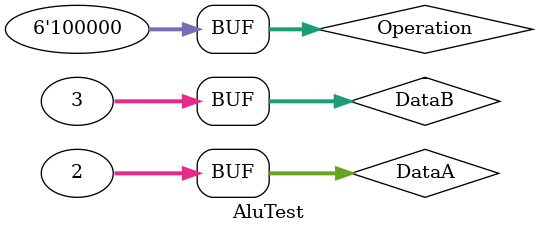
<source format=v>
`timescale 1ns / 1ps


module AluTest;

	// Inputs
	reg [31:0] DataA;
	reg [31:0] DataB;
	reg [5:0] Operation;

	// Outputs
	wire [31:0] AluResult;
	wire Zero;

	// Instantiate the Unit Under Test (UUT)
	alu uut (
		.DataA(DataA), 
		.DataB(DataB), 
		.Operation(Operation), 
		.AluResult(AluResult), 
		.Zero(Zero)
	);

	initial begin
		// Initialize Inputs
		DataA = 0;
		DataB = 0;
		Operation = 0;

		// Wait 100 ns for global reset to finish
		#100;
		DataA = 2;
		DataB = 3;
		Operation = 6'b100000;

        
		// Add stimulus here

	end
      
endmodule


</source>
